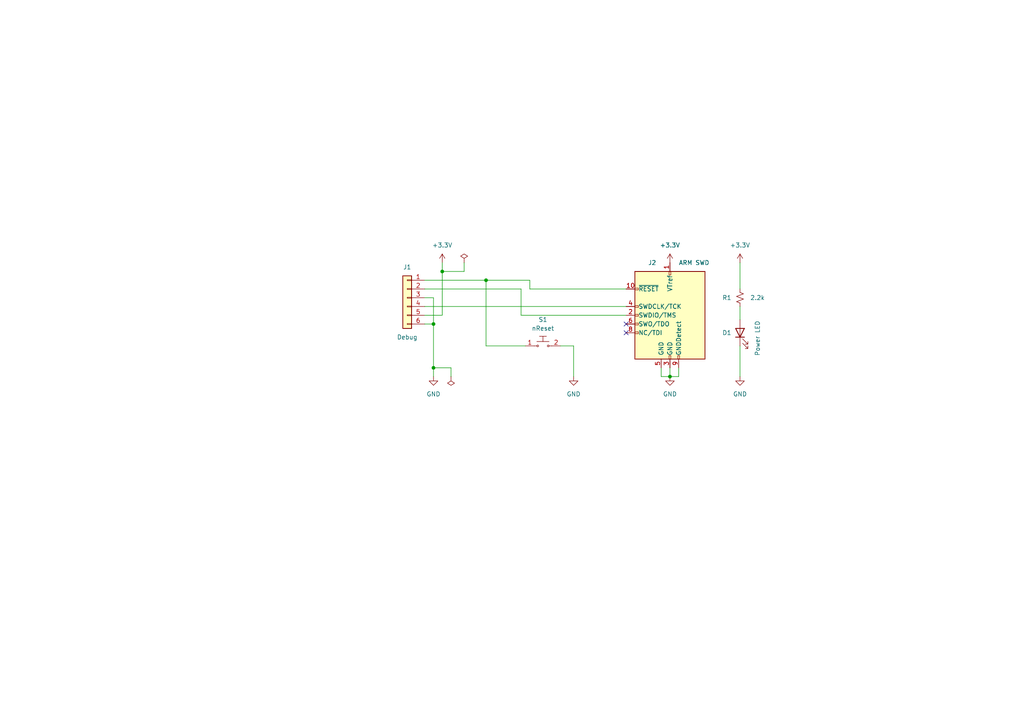
<source format=kicad_sch>
(kicad_sch (version 20211123) (generator eeschema)
  (paper "A4")
  (title_block (title "Debug port adapter for 3π+ 2040") (date "2023-04-05") (rev "0.1.0") (comment 1 "CC BY-SA 4.0"))
  (lib_symbols
    (symbol "Connector:Conn_ARM_JTAG_SWD_10" (pin_names (offset 1.016))
      (property "Reference" "J" (at -2.54 16.51 0))
      (property "Value" "Conn_ARM_JTAG_SWD_10" (at -2.54 13.97 0))
      (symbol "Conn_ARM_JTAG_SWD_10_0_1"
        (rectangle (start -10.16 12.7) (end 10.16 -12.7) (stroke (width 0.254)) (fill (type background)))
        (rectangle (start -2.794 -12.7) (end -2.286 -11.684))
        (rectangle (start -0.254 -12.7) (end 0.254 -11.684))
        (rectangle (start -0.254 12.7) (end 0.254 11.684))
        (rectangle (start 9.144 2.286) (end 10.16 2.794))
        (rectangle (start 10.16 -2.794) (end 9.144 -2.286))
        (rectangle (start 10.16 -0.254) (end 9.144 0.254))
        (rectangle (start 10.16 7.874) (end 9.144 7.366))
      )
      (symbol "Conn_ARM_JTAG_SWD_10_1_1"
        (rectangle (start 9.144 -5.334) (end 10.16 -4.826))
        (pin power_in line (at 0 15.24 270) (length 2.54) (name "VTref") (number "1"))
        (pin open_collector line (at 12.7 7.62 180) (length 2.54) (name "~{RESET}") (number "10"))
        (pin bidirectional line (at 12.7 0 180) (length 2.54) (name "SWDIO/TMS") (number "2"))
        (pin power_in line (at 0 -15.24 90) (length 2.54) (name "GND") (number "3"))
        (pin output line (at 12.7 2.54 180) (length 2.54) (name "SWDCLK/TCK") (number "4"))
        (pin passive line (at 0 -15.24 90) (length 2.54) hide (name "GND") (number "5"))
        (pin power_in line (at 2.54 -15.24 90) (length 2.54) (name "GND") (number "5"))
        (pin input line (at 12.7 -2.54 180) (length 2.54) (name "SWO/TDO") (number "6"))
        (pin no_connect line (at -10.16 0 0) (length 2.54) hide (name "KEY") (number "7"))
        (pin output line (at 12.7 -5.08 180) (length 2.54) (name "NC/TDI") (number "8"))
        (pin passive line (at -2.54 -15.24 90) (length 2.54) (name "GNDDetect") (number "9"))
      )
    )
    (symbol "Connector_Generic:Conn_01x06" (pin_names (offset 1.016) hide)
      (property "Reference" "J" (at 0 7.62 0))
      (property "Value" "Conn_01x06" (at 0 -10.16 0))
      (symbol "Conn_01x06_1_1"
        (rectangle (start -1.27 -7.493) (end 0 -7.747) (stroke (width 0.1524)))
        (rectangle (start -1.27 -4.953) (end 0 -5.207) (stroke (width 0.1524)))
        (rectangle (start -1.27 -2.413) (end 0 -2.667) (stroke (width 0.1524)))
        (rectangle (start -1.27 0.127) (end 0 -0.127) (stroke (width 0.1524)))
        (rectangle (start -1.27 2.667) (end 0 2.413) (stroke (width 0.1524)))
        (rectangle (start -1.27 5.207) (end 0 4.953) (stroke (width 0.1524)))
        (rectangle (start -1.27 6.35) (end 1.27 -8.89) (stroke (width 0.254)) (fill (type background)))
        (pin passive line (at -5.08 5.08 0) (length 3.81) (name "Pin_1") (number "1"))
        (pin passive line (at -5.08 2.54 0) (length 3.81) (name "Pin_2") (number "2"))
        (pin passive line (at -5.08 0 0) (length 3.81) (name "Pin_3") (number "3"))
        (pin passive line (at -5.08 -2.54 0) (length 3.81) (name "Pin_4") (number "4"))
        (pin passive line (at -5.08 -5.08 0) (length 3.81) (name "Pin_5") (number "5"))
        (pin passive line (at -5.08 -7.62 0) (length 3.81) (name "Pin_6") (number "6"))
      )
    )
    (symbol "Device:LED" (pin_numbers hide) (pin_names (offset 1.016) hide)
      (property "Reference" "D" (at 0 2.54 0))
      (property "Value" "LED" (at 0 -2.54 0))
      (symbol "LED_0_1"
        (polyline (pts (xy -1.27 -1.27) (xy -1.27 1.27)) (stroke (width 0.254)))
        (polyline (pts (xy -1.27 0) (xy 1.27 0)))
        (polyline (pts (xy 1.27 -1.27) (xy 1.27 1.27) (xy -1.27 0) (xy 1.27 -1.27)) (stroke (width 0.254)))
        (polyline (pts (xy -3.048 -0.762) (xy -4.572 -2.286) (xy -3.81 -2.286) (xy -4.572 -2.286) (xy -4.572 -1.524)))
        (polyline (pts (xy -1.778 -0.762) (xy -3.302 -2.286) (xy -2.54 -2.286) (xy -3.302 -2.286) (xy -3.302 -1.524)))
      )
      (symbol "LED_1_1"
        (pin passive line (at -3.81 0 0) (length 2.54) (name "K") (number "1"))
        (pin passive line (at 3.81 0 180) (length 2.54) (name "A") (number "2"))
      )
    )
    (symbol "Device:R_Small_US" (pin_numbers hide) (pin_names (offset 0.254) hide)
      (property "Reference" "R" (at 0.762 0.508 0))
      (property "Value" "R_Small_US" (at 0.762 -1.016 0))
      (symbol "R_Small_US_1_1"
        (polyline (pts (xy 0 0) (xy 1.016 -0.381) (xy 0 -0.762) (xy -1.016 -1.143) (xy 0 -1.524)))
        (polyline (pts (xy 0 1.524) (xy 1.016 1.143) (xy 0 0.762) (xy -1.016 0.381) (xy 0 0)))
        (pin passive line (at 0 2.54 270) (length 1.016) (name "~") (number "1"))
        (pin passive line (at 0 -2.54 90) (length 1.016) (name "~") (number "2"))
      )
    )
    (symbol "dk_Pushbutton-Switches:GPTS203211B" (pin_names (offset 1.016))
      (property "Reference" "S" (at -3.81 3.81 0))
      (property "Value" "GPTS203211B" (at 0 -2.54 0))
      (symbol "GPTS203211B_0_1"
        (circle (center -1.524 0) (radius 0.254))
        (polyline (pts (xy -2.54 0) (xy -1.778 0)))
        (polyline (pts (xy -1.778 1.27) (xy 1.778 1.27)))
        (polyline (pts (xy -1.016 2.794) (xy 1.016 2.794)))
        (polyline (pts (xy 0 1.27) (xy 0 2.794)))
        (polyline (pts (xy 2.54 0) (xy 1.778 0)))
        (circle (center 1.524 0) (radius 0.254))
      )
      (symbol "GPTS203211B_1_1"
        (pin passive line (at -5.08 0 0) (length 2.54) (name "~") (number "1"))
        (pin passive line (at 5.08 0 180) (length 2.54) (name "~") (number "2"))
      )
    )
    (symbol "power:+3.3V" (power) (pin_names (offset 0))
      (property "Value" "+3.3V" (at 0 3.556 0))
      (symbol "+3.3V_0_1"
        (polyline (pts (xy -0.762 1.27) (xy 0 2.54)))
        (polyline (pts (xy 0 0) (xy 0 2.54)))
        (polyline (pts (xy 0 2.54) (xy 0.762 1.27)))
      )
      (symbol "+3.3V_1_1"
        (pin power_in line (at 0 0 90) (length 0) hide (name "+3.3V") (number "1"))
      )
    )
    (symbol "power:GND" (power) (pin_names (offset 0))
      (property "Value" "GND" (at 0 -3.81 0))
      (symbol "GND_0_1"
        (polyline (pts (xy 0 0) (xy 0 -1.27) (xy 1.27 -1.27) (xy 0 -2.54) (xy -1.27 -1.27) (xy 0 -1.27)))
      )
      (symbol "GND_1_1"
        (pin power_in line (at 0 0 270) (length 0) hide (name "GND") (number "1"))
      )
    )
    (symbol "power:PWR_FLAG" (power) (pin_numbers hide) (pin_names (offset 0) hide)
      (property "Value" "PWR_FLAG" (at 0 3.81 0))
      (symbol "PWR_FLAG_0_0"
        (pin power_out line (at 0 0 90) (length 0) (name "pwr") (number "1"))
      )
      (symbol "PWR_FLAG_0_1"
        (polyline (pts (xy 0 0) (xy 0 1.27) (xy -1.016 1.905) (xy 0 2.54) (xy 1.016 1.905) (xy 0 1.27)))
      )
    )
  )
  (junction (at 140.97 81.28))
  (junction (at 128.27 78.74))
  (junction (at 125.73 106.68))
  (junction (at 125.73 93.98))
  (junction (at 194.31 109.22))
  (no_connect (at 181.61 93.98))
  (no_connect (at 181.61 96.52))
  (wire (pts (xy 123.19 88.9) (xy 181.61 88.9)))
  (wire (pts (xy 125.73 93.98) (xy 125.73 106.68)))
  (wire (pts (xy 123.19 81.28) (xy 140.97 81.28)))
  (wire (pts (xy 166.37 109.22) (xy 166.37 100.33)))
  (wire (pts (xy 125.73 86.36) (xy 125.73 93.98)))
  (wire (pts (xy 140.97 100.33) (xy 152.4 100.33)))
  (wire (pts (xy 196.85 109.22) (xy 194.31 109.22)))
  (wire (pts (xy 151.13 83.82) (xy 151.13 91.44)))
  (wire (pts (xy 128.27 91.44) (xy 128.27 78.74)))
  (wire (pts (xy 130.81 109.22) (xy 130.81 106.68)))
  (wire (pts (xy 196.85 106.68) (xy 196.85 109.22)))
  (wire (pts (xy 123.19 86.36) (xy 125.73 86.36)))
  (wire (pts (xy 134.62 78.74) (xy 128.27 78.74)))
  (wire (pts (xy 125.73 106.68) (xy 125.73 109.22)))
  (wire (pts (xy 151.13 91.44) (xy 181.61 91.44)))
  (wire (pts (xy 140.97 81.28) (xy 153.67 81.28)))
  (wire (pts (xy 153.67 81.28) (xy 153.67 83.82)))
  (wire (pts (xy 123.19 93.98) (xy 125.73 93.98)))
  (wire (pts (xy 153.67 83.82) (xy 181.61 83.82)))
  (wire (pts (xy 214.63 88.9) (xy 214.63 92.71)))
  (wire (pts (xy 140.97 81.28) (xy 140.97 100.33)))
  (wire (pts (xy 134.62 76.2) (xy 134.62 78.74)))
  (wire (pts (xy 130.81 106.68) (xy 125.73 106.68)))
  (wire (pts (xy 214.63 76.2) (xy 214.63 83.82)))
  (wire (pts (xy 194.31 106.68) (xy 194.31 109.22)))
  (wire (pts (xy 123.19 91.44) (xy 128.27 91.44)))
  (wire (pts (xy 123.19 83.82) (xy 151.13 83.82)))
  (wire (pts (xy 214.63 100.33) (xy 214.63 109.22)))
  (wire (pts (xy 191.77 109.22) (xy 194.31 109.22)))
  (wire (pts (xy 128.27 78.74) (xy 128.27 76.2)))
  (wire (pts (xy 162.56 100.33) (xy 166.37 100.33)))
  (wire (pts (xy 191.77 106.68) (xy 191.77 109.22)))
  (symbol (lib_id "power:GND") (at 194.31 109.22 0) (unit 1)
    (property "Reference" "#PWR05" (effects hide))
    (property "Value" "GND" (at 194.31 114.3 0))
  )
  (symbol (lib_id "dk_Pushbutton-Switches:GPTS203211B") (at 157.48 100.33 0) (unit 1)
    (property "Reference" "S1" (at 157.48 92.71 0))
    (property "Value" "nReset" (at 157.48 95.25 0))
    (property "Footprint" "Button_Switch_SMD:SW_Push_1P1T_NO_6x6mm_H9.5mm" (effects hide))
    (property "Datasheet" "http://switches-connectors-custom.cwind.com/Asset/GPTS203211BR2.pdf" (effects hide))
    (property "Digi-Key_PN" "CW181-ND" (effects hide))
    (property "MPN" "GPTS203211B" (effects hide))
    (property "Category" "Switches" (effects hide))
    (property "Family" "Pushbutton Switches" (effects hide))
    (property "DK_Datasheet_Link" "http://switches-connectors-custom.cwind.com/Asset/GPTS203211BR2.pdf" (effects hide))
    (property "DK_Detail_Page" "/product-detail/en/cw-industries/GPTS203211B/CW181-ND/3190590" (effects hide))
    (property "Description" "SWITCH PUSHBUTTON SPST 1A 30V" (effects hide))
    (property "Manufacturer" "CW Industries" (effects hide))
    (property "Status" "Active" (effects hide))
  )
  (symbol (lib_id "power:PWR_FLAG") (at 130.81 109.22 180) (unit 1)
    (property "Reference" "#FLG0102" (effects hide))
    (property "Value" "PWR_FLAG" (effects hide))
  )
  (symbol (lib_id "power:+3.3V") (at 214.63 76.2 0) (unit 1)
    (property "Reference" "#PWR06" (effects hide))
    (property "Value" "+3.3V" (at 214.63 71.12 0))
  )
  (symbol (lib_id "power:GND") (at 125.73 109.22 0) (unit 1)
    (property "Reference" "#PWR01" (effects hide))
    (property "Value" "GND" (at 125.73 114.3 0))
  )
  (symbol (lib_id "power:+3.3V") (at 128.27 76.2 0) (unit 1)
    (property "Reference" "#PWR02" (effects hide))
    (property "Value" "+3.3V" (at 128.27 71.12 0))
  )
  (symbol (lib_id "power:+3.3V") (at 194.31 76.2 0) (unit 1)
    (property "Reference" "#PWR04" (effects hide))
    (property "Value" "+3.3V" (at 194.31 71.12 0))
  )
  (symbol (lib_id "power:GND") (at 214.63 109.22 0) (unit 1)
    (property "Reference" "#PWR07" (effects hide))
    (property "Value" "GND" (at 214.63 114.3 0))
  )
  (symbol (lib_id "Connector_Generic:Conn_01x06") (at 118.11 86.36 0) (mirror y) (unit 1)
    (property "Reference" "J1" (at 118.11 77.47 0))
    (property "Value" "Debug" (at 118.11 97.79 0))
    (property "Footprint" "Connector_PinHeader_2.54mm:PinHeader_1x06_P2.54mm_Vertical" (effects hide))
  )
  (symbol (lib_id "power:GND") (at 166.37 109.22 0) (unit 1)
    (property "Reference" "#PWR03" (effects hide))
    (property "Value" "GND" (at 166.37 114.3 0))
  )
  (symbol (lib_id "Device:R_Small_US") (at 214.63 86.36 0) (unit 1)
    (property "Reference" "R1" (at 210.82 86.36 0))
    (property "Value" "2.2k" (at 219.71 86.36 0))
    (property "Footprint" "Resistor_SMD:R_0805_2012Metric_Pad1.20x1.40mm_HandSolder" (effects hide))
  )
  (symbol (lib_id "power:PWR_FLAG") (at 134.62 76.2 0) (unit 1)
    (property "Reference" "#FLG0101" (effects hide))
    (property "Value" "PWR_FLAG" (effects hide))
  )
  (symbol (lib_id "Connector:Conn_ARM_JTAG_SWD_10") (at 194.31 91.44 0) (mirror y) (unit 1)
    (property "Reference" "J2" (at 187.96 76.2 0) (effects (justify right)))
    (property "Value" "ARM SWD" (at 196.85 76.2 0) (effects (justify right)))
    (property "Footprint" "KiCAD_footprints:CON10_2X5_DUK_FTSH_SAI" (effects hide))
    (property "Datasheet" "http://infocenter.arm.com/help/topic/com.arm.doc.ddi0314h/DDI0314H_coresight_components_trm.pdf" (effects hide))
  )
  (symbol (lib_id "Device:LED") (at 214.63 96.52 90) (unit 1)
    (property "Reference" "D1" (at 210.82 96.52 90))
    (property "Value" "Power LED" (at 219.71 98.1075 0))
    (property "Footprint" "LED_SMD:LED_1206_3216Metric_Pad1.42x1.75mm_HandSolder" (effects hide))
  )
)
</source>
